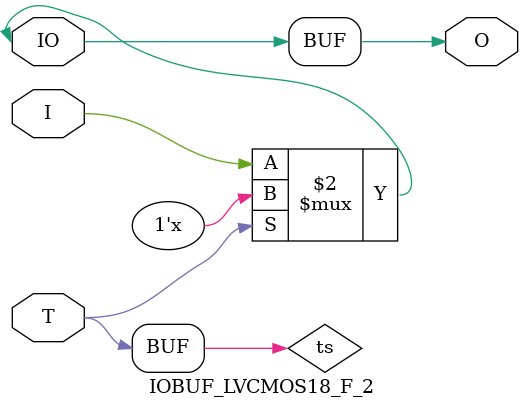
<source format=v>

/*

FUNCTION    : INPUT TRI-STATE OUTPUT BUFFER

*/

`celldefine
`timescale  100 ps / 10 ps

module IOBUF_LVCMOS18_F_2 (O, IO, I, T);

    output O;

    inout  IO;

    input  I, T;

    or O1 (ts, 1'b0, T);
    bufif0 T1 (IO, I, ts);

    buf B1 (O, IO);

endmodule

</source>
